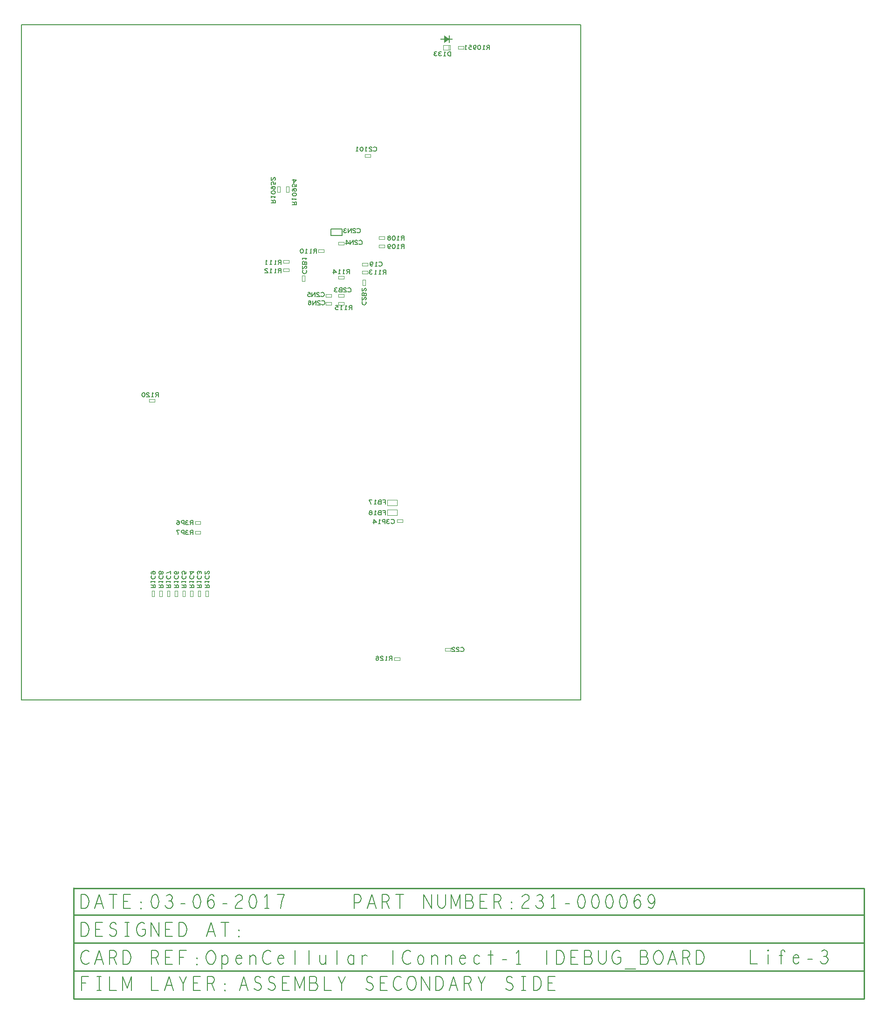
<source format=gbr>
G04 ================== begin FILE IDENTIFICATION RECORD ==================*
G04 Layout Name:  OC_Connect-1_DEBUG_Life-3.brd*
G04 Film Name:    asse.gbr*
G04 File Format:  Gerber RS274X*
G04 File Origin:  Cadence Allegro 16.6-2015-S065*
G04 Origin Date:  Mon Mar 06 16:55:42 2017*
G04 *
G04 Layer:  REF DES/ASSEMBLY_BOTTOM*
G04 Layer:  PACKAGE GEOMETRY/ASSEMBLY_BOTTOM*
G04 Layer:  DRAWING FORMAT/ASSE*
G04 Layer:  DRAWING FORMAT/FILM_LABEL_OUTLINE*
G04 Layer:  COMPONENT VALUE/ASSEMBLY_BOTTOM*
G04 Layer:  BOARD GEOMETRY/OUTLINE*
G04 *
G04 Offset:    (0.000 0.000)*
G04 Mirror:    No*
G04 Mode:      Positive*
G04 Rotation:  0*
G04 FullContactRelief:  No*
G04 UndefLineWidth:     6.000*
G04 ================== end FILE IDENTIFICATION RECORD ====================*
%FSLAX25Y25*MOIN*%
%IR0*IPPOS*OFA0.00000B0.00000*MIA0B0*SFA1.00000B1.00000*%
%ADD10C,.004*%
%ADD11C,.006*%
%ADD12C,.001969*%
%ADD13C,.01*%
G75*
%LPD*%
G75*
G36*
G01X308236Y472591D02*
Y472091D01*
X306236D01*
Y469591D01*
X305736D01*
Y472091D01*
X302193Y469591D01*
Y472091D01*
X299692D01*
Y472591D01*
X302193D01*
Y475091D01*
X305736Y472591D01*
Y475091D01*
X306236D01*
Y472591D01*
X308236D01*
G37*
G54D10*
G01X98634Y74032D02*
Y77968D01*
X100602D01*
Y74032D01*
X98634D01*
G01X93134D02*
Y77968D01*
X95102D01*
Y74032D01*
X93134D01*
G01X126134D02*
Y77968D01*
X128102D01*
Y74032D01*
X126134D01*
G01X109634D02*
Y77968D01*
X111602D01*
Y74032D01*
X109634D01*
G01X104134D02*
Y77968D01*
X106102D01*
Y74032D01*
X104134D01*
G01X120634D02*
Y77968D01*
X122602D01*
Y74032D01*
X120634D01*
G01X115134D02*
Y77968D01*
X117102D01*
Y74032D01*
X115134D01*
G01X128086Y118816D02*
X124150D01*
Y120784D01*
X128086D01*
Y118816D01*
G01Y125816D02*
X124150D01*
Y127784D01*
X128086D01*
Y125816D01*
G01X95186Y213016D02*
X91250D01*
Y214984D01*
X95186D01*
Y213016D01*
G01X131634Y74032D02*
Y77968D01*
X133602D01*
Y74032D01*
X131634D01*
G01X202502Y303400D02*
Y299463D01*
X200534D01*
Y303400D01*
X202502D01*
G01X191286Y312237D02*
X187350D01*
Y314205D01*
X191286D01*
Y312237D01*
G01Y306316D02*
X187350D01*
Y308284D01*
X191286D01*
Y306316D01*
G01X191284Y366968D02*
Y363032D01*
X189316D01*
Y366968D01*
X191284D01*
G01X184784D02*
Y363032D01*
X182816D01*
Y366968D01*
X184784D01*
G01X270686Y28516D02*
X266750D01*
Y30484D01*
X270686D01*
Y28516D01*
G01X268532Y128984D02*
X272468D01*
Y127016D01*
X268532D01*
Y128984D01*
G01X243750Y312384D02*
X247686D01*
Y310416D01*
X243750D01*
Y312384D01*
G01X226750Y289984D02*
X230686D01*
Y288016D01*
X226750D01*
Y289984D01*
G01X245802Y300268D02*
Y296332D01*
X243834D01*
Y300268D01*
X245802D01*
G01X221686Y282516D02*
X217750D01*
Y284484D01*
X221686D01*
Y282516D01*
G01Y288016D02*
X217750D01*
Y289984D01*
X221686D01*
Y288016D01*
G01X226750Y284484D02*
X230686D01*
Y282516D01*
X226750D01*
Y284484D01*
G01X247686Y304716D02*
X243750D01*
Y306684D01*
X247686D01*
Y304716D01*
G01X226750Y302884D02*
X230686D01*
Y300916D01*
X226750D01*
Y302884D01*
G01X249468Y388016D02*
X245532D01*
Y389984D01*
X249468D01*
Y388016D01*
G01X230686Y325516D02*
X226750D01*
Y327484D01*
X230686D01*
Y325516D01*
G01X212250Y322079D02*
X216186D01*
Y320111D01*
X212250D01*
Y322079D01*
G01X255750Y325484D02*
X259686D01*
Y323516D01*
X255750D01*
Y325484D01*
G01Y331484D02*
X259686D01*
Y329516D01*
X255750D01*
Y331484D01*
G01X302950Y36884D02*
X306886D01*
Y34916D01*
X302950D01*
Y36884D01*
G01X316368Y465316D02*
X312432D01*
Y467284D01*
X316368D01*
Y465316D01*
G54D11*
G01X98251Y80350D02*
X101251D01*
Y81600D01*
X101101Y82000D01*
X100901Y82250D01*
X100501Y82350D01*
X100101Y82250D01*
X99851Y81950D01*
X99701Y81600D01*
Y80350D01*
G01Y81600D02*
X98251Y82350D01*
G01Y84550D02*
X101251D01*
X100651Y83950D01*
G01X98251D02*
Y85150D01*
G01X101001Y88850D02*
X101151Y88550D01*
X101251Y88200D01*
Y87800D01*
X101101Y87350D01*
X100851Y87000D01*
X100551Y86750D01*
X100051Y86550D01*
X99601Y86500D01*
X99151Y86600D01*
X98851Y86750D01*
X98551Y87050D01*
X98351Y87400D01*
X98251Y87750D01*
Y88100D01*
X98351Y88450D01*
X98501Y88750D01*
X98701Y89000D01*
G01X98251Y90950D02*
X98301Y91300D01*
X98451Y91700D01*
X98701Y91950D01*
X99051Y92050D01*
X99401Y91950D01*
X99701Y91650D01*
X99851Y91200D01*
Y90700D01*
X99951Y90400D01*
X100201Y90150D01*
X100551Y90050D01*
X100901Y90200D01*
X101151Y90550D01*
X101251Y90950D01*
X101151Y91350D01*
X100901Y91700D01*
X100551Y91850D01*
X100201Y91750D01*
X99951Y91500D01*
X99851Y91200D01*
Y90700D01*
X99701Y90250D01*
X99401Y89950D01*
X99051Y89850D01*
X98701Y89950D01*
X98451Y90200D01*
X98301Y90600D01*
X98251Y90950D01*
G01X92751Y80350D02*
X95751D01*
Y81600D01*
X95601Y82000D01*
X95401Y82250D01*
X95001Y82350D01*
X94601Y82250D01*
X94351Y81950D01*
X94201Y81600D01*
Y80350D01*
G01Y81600D02*
X92751Y82350D01*
G01Y84550D02*
X95751D01*
X95151Y83950D01*
G01X92751D02*
Y85150D01*
G01X95501Y88850D02*
X95651Y88550D01*
X95751Y88200D01*
Y87800D01*
X95601Y87350D01*
X95351Y87000D01*
X95051Y86750D01*
X94551Y86550D01*
X94101Y86500D01*
X93651Y86600D01*
X93351Y86750D01*
X93051Y87050D01*
X92851Y87400D01*
X92751Y87750D01*
Y88100D01*
X92851Y88450D01*
X93001Y88750D01*
X93201Y89000D01*
G01X93101Y90100D02*
X92851Y90450D01*
X92751Y90850D01*
X92851Y91250D01*
X93151Y91600D01*
X93601Y91850D01*
X94051Y91950D01*
X94601D01*
X95051Y91850D01*
X95451Y91600D01*
X95651Y91300D01*
X95751Y90950D01*
X95651Y90550D01*
X95451Y90250D01*
X95151Y90050D01*
X94751Y89950D01*
X94401Y90050D01*
X94051Y90300D01*
X93851Y90600D01*
X93801Y90950D01*
X93901Y91350D01*
X94151Y91650D01*
X94601Y91950D01*
G01X131251Y80350D02*
X134251D01*
Y81600D01*
X134101Y82000D01*
X133901Y82250D01*
X133501Y82350D01*
X133101Y82250D01*
X132851Y81950D01*
X132701Y81600D01*
Y80350D01*
G01Y81600D02*
X131251Y82350D01*
G01Y84550D02*
X134251D01*
X133651Y83950D01*
G01X131251D02*
Y85150D01*
G01X134001Y88850D02*
X134151Y88550D01*
X134251Y88200D01*
Y87800D01*
X134101Y87350D01*
X133851Y87000D01*
X133551Y86750D01*
X133051Y86550D01*
X132601Y86500D01*
X132151Y86600D01*
X131851Y86750D01*
X131551Y87050D01*
X131351Y87400D01*
X131251Y87750D01*
Y88100D01*
X131351Y88450D01*
X131501Y88750D01*
X131701Y89000D01*
G01X133751Y90000D02*
X134051Y90300D01*
X134201Y90650D01*
X134251Y91050D01*
X134151Y91550D01*
X133901Y91900D01*
X133601Y92000D01*
X133301Y91950D01*
X133051Y91750D01*
X132551Y90750D01*
X132201Y90300D01*
X131701Y90000D01*
X131251Y89900D01*
Y92000D01*
G01X125751Y80350D02*
X128751D01*
Y81600D01*
X128601Y82000D01*
X128401Y82250D01*
X128001Y82350D01*
X127601Y82250D01*
X127351Y81950D01*
X127201Y81600D01*
Y80350D01*
G01Y81600D02*
X125751Y82350D01*
G01Y84550D02*
X128751D01*
X128151Y83950D01*
G01X125751D02*
Y85150D01*
G01X128501Y88850D02*
X128651Y88550D01*
X128751Y88200D01*
Y87800D01*
X128601Y87350D01*
X128351Y87000D01*
X128051Y86750D01*
X127551Y86550D01*
X127101Y86500D01*
X126651Y86600D01*
X126351Y86750D01*
X126051Y87050D01*
X125851Y87400D01*
X125751Y87750D01*
Y88100D01*
X125851Y88450D01*
X126001Y88750D01*
X126201Y89000D01*
G01X126351Y89850D02*
X126001Y90150D01*
X125801Y90550D01*
X125751Y91000D01*
X125801Y91400D01*
X126051Y91800D01*
X126351Y92050D01*
X126651Y92100D01*
X127001Y92000D01*
X127251Y91650D01*
X127351Y91300D01*
Y90850D01*
G01Y91300D02*
X127501Y91600D01*
X127751Y91850D01*
X128051Y91950D01*
X128351Y91850D01*
X128601Y91600D01*
X128751Y91150D01*
X128701Y90700D01*
X128501Y90250D01*
G01X109251Y80350D02*
X112251D01*
Y81600D01*
X112101Y82000D01*
X111901Y82250D01*
X111501Y82350D01*
X111101Y82250D01*
X110851Y81950D01*
X110701Y81600D01*
Y80350D01*
G01Y81600D02*
X109251Y82350D01*
G01Y84550D02*
X112251D01*
X111651Y83950D01*
G01X109251D02*
Y85150D01*
G01X112001Y88850D02*
X112151Y88550D01*
X112251Y88200D01*
Y87800D01*
X112101Y87350D01*
X111851Y87000D01*
X111551Y86750D01*
X111051Y86550D01*
X110601Y86500D01*
X110151Y86600D01*
X109851Y86750D01*
X109551Y87050D01*
X109351Y87400D01*
X109251Y87750D01*
Y88100D01*
X109351Y88450D01*
X109501Y88750D01*
X109701Y89000D01*
G01X110501Y90000D02*
X110851Y90350D01*
X111051Y90650D01*
X111151Y91050D01*
X111051Y91400D01*
X110851Y91650D01*
X110551Y91850D01*
X110201Y91900D01*
X109901Y91850D01*
X109601Y91650D01*
X109351Y91350D01*
X109251Y91000D01*
X109351Y90600D01*
X109651Y90250D01*
X110101Y90050D01*
X110601Y90000D01*
X111251Y90100D01*
X111601Y90250D01*
X111951Y90500D01*
X112201Y90850D01*
X112251Y91200D01*
X112151Y91550D01*
X111901Y91800D01*
G01X103751Y80350D02*
X106751D01*
Y81600D01*
X106601Y82000D01*
X106401Y82250D01*
X106001Y82350D01*
X105601Y82250D01*
X105351Y81950D01*
X105201Y81600D01*
Y80350D01*
G01Y81600D02*
X103751Y82350D01*
G01Y84550D02*
X106751D01*
X106151Y83950D01*
G01X103751D02*
Y85150D01*
G01X106501Y88850D02*
X106651Y88550D01*
X106751Y88200D01*
Y87800D01*
X106601Y87350D01*
X106351Y87000D01*
X106051Y86750D01*
X105551Y86550D01*
X105101Y86500D01*
X104651Y86600D01*
X104351Y86750D01*
X104051Y87050D01*
X103851Y87400D01*
X103751Y87750D01*
Y88100D01*
X103851Y88450D01*
X104001Y88750D01*
X104201Y89000D01*
G01X103751Y90850D02*
X104401Y90950D01*
X104951Y91100D01*
X105451Y91300D01*
X106001Y91550D01*
X106751Y91950D01*
Y89950D01*
G01X120251Y80350D02*
X123251D01*
Y81600D01*
X123101Y82000D01*
X122901Y82250D01*
X122501Y82350D01*
X122101Y82250D01*
X121851Y81950D01*
X121701Y81600D01*
Y80350D01*
G01Y81600D02*
X120251Y82350D01*
G01Y84550D02*
X123251D01*
X122651Y83950D01*
G01X120251D02*
Y85150D01*
G01X123001Y88850D02*
X123151Y88550D01*
X123251Y88200D01*
Y87800D01*
X123101Y87350D01*
X122851Y87000D01*
X122551Y86750D01*
X122051Y86550D01*
X121601Y86500D01*
X121151Y86600D01*
X120851Y86750D01*
X120551Y87050D01*
X120351Y87400D01*
X120251Y87750D01*
Y88100D01*
X120351Y88450D01*
X120501Y88750D01*
X120701Y89000D01*
G01X120251Y91550D02*
X123251D01*
X121101Y89700D01*
Y92200D01*
G01X114751Y80350D02*
X117751D01*
Y81600D01*
X117601Y82000D01*
X117401Y82250D01*
X117001Y82350D01*
X116601Y82250D01*
X116351Y81950D01*
X116201Y81600D01*
Y80350D01*
G01Y81600D02*
X114751Y82350D01*
G01Y84550D02*
X117751D01*
X117151Y83950D01*
G01X114751D02*
Y85150D01*
G01X117501Y88850D02*
X117651Y88550D01*
X117751Y88200D01*
Y87800D01*
X117601Y87350D01*
X117351Y87000D01*
X117051Y86750D01*
X116551Y86550D01*
X116101Y86500D01*
X115651Y86600D01*
X115351Y86750D01*
X115051Y87050D01*
X114851Y87400D01*
X114751Y87750D01*
Y88100D01*
X114851Y88450D01*
X115001Y88750D01*
X115201Y89000D01*
G01Y89850D02*
X114951Y90150D01*
X114801Y90500D01*
X114751Y90950D01*
X114851Y91400D01*
X115051Y91750D01*
X115401Y92000D01*
X115801Y92050D01*
X116201Y91950D01*
X116451Y91700D01*
X116651Y91350D01*
X116701Y91000D01*
X116651Y90650D01*
X116451Y90200D01*
X117751Y90350D01*
Y91700D01*
G01X122568Y118233D02*
Y121233D01*
X121318D01*
X120918Y121083D01*
X120668Y120883D01*
X120568Y120483D01*
X120668Y120083D01*
X120968Y119833D01*
X121318Y119683D01*
X122568D01*
G01X121318D02*
X120568Y118233D01*
G01X119468Y118833D02*
X119168Y118483D01*
X118768Y118283D01*
X118318Y118233D01*
X117918Y118283D01*
X117518Y118533D01*
X117268Y118833D01*
X117218Y119133D01*
X117318Y119483D01*
X117668Y119733D01*
X118018Y119833D01*
X118468D01*
G01X118018D02*
X117718Y119983D01*
X117468Y120233D01*
X117368Y120533D01*
X117468Y120833D01*
X117718Y121083D01*
X118168Y121233D01*
X118618Y121183D01*
X119068Y120983D01*
G01X116168Y118233D02*
Y121233D01*
X114968D01*
X114568Y121083D01*
X114268Y120733D01*
X114168Y120333D01*
X114268Y119933D01*
X114518Y119633D01*
X114968Y119483D01*
X116168D01*
G01X112068Y118233D02*
X111968Y118883D01*
X111818Y119433D01*
X111618Y119933D01*
X111368Y120483D01*
X110968Y121233D01*
X112968D01*
G01X122568Y125233D02*
Y128233D01*
X121318D01*
X120918Y128083D01*
X120668Y127883D01*
X120568Y127483D01*
X120668Y127083D01*
X120968Y126833D01*
X121318Y126683D01*
X122568D01*
G01X121318D02*
X120568Y125233D01*
G01X119468Y125833D02*
X119168Y125483D01*
X118768Y125283D01*
X118318Y125233D01*
X117918Y125283D01*
X117518Y125533D01*
X117268Y125833D01*
X117218Y126133D01*
X117318Y126483D01*
X117668Y126733D01*
X118018Y126833D01*
X118468D01*
G01X118018D02*
X117718Y126983D01*
X117468Y127233D01*
X117368Y127533D01*
X117468Y127833D01*
X117718Y128083D01*
X118168Y128233D01*
X118618Y128183D01*
X119068Y127983D01*
G01X116168Y125233D02*
Y128233D01*
X114968D01*
X114568Y128083D01*
X114268Y127733D01*
X114168Y127333D01*
X114268Y126933D01*
X114518Y126633D01*
X114968Y126483D01*
X116168D01*
G01X112918D02*
X112568Y126833D01*
X112268Y127033D01*
X111868Y127133D01*
X111518Y127033D01*
X111268Y126833D01*
X111068Y126533D01*
X111018Y126183D01*
X111068Y125883D01*
X111268Y125583D01*
X111568Y125333D01*
X111918Y125233D01*
X112318Y125333D01*
X112668Y125633D01*
X112868Y126083D01*
X112918Y126583D01*
X112818Y127233D01*
X112668Y127583D01*
X112418Y127933D01*
X112068Y128183D01*
X111718Y128233D01*
X111368Y128133D01*
X111118Y127883D01*
G01X97800Y216700D02*
Y219700D01*
X96550D01*
X96150Y219550D01*
X95900Y219350D01*
X95800Y218950D01*
X95900Y218550D01*
X96200Y218300D01*
X96550Y218150D01*
X97800D01*
G01X96550D02*
X95800Y216700D01*
G01X93600D02*
Y219700D01*
X94200Y219100D01*
G01Y216700D02*
X93000D01*
G01X91350Y219200D02*
X91050Y219500D01*
X90700Y219650D01*
X90300Y219700D01*
X89800Y219600D01*
X89450Y219350D01*
X89350Y219050D01*
X89400Y218750D01*
X89600Y218500D01*
X90600Y218000D01*
X91050Y217650D01*
X91350Y217150D01*
X91450Y216700D01*
X89350D01*
G01X87200Y219700D02*
X87600Y219600D01*
X87900Y219350D01*
X88100Y219050D01*
X88250Y218650D01*
X88300Y218200D01*
X88250Y217750D01*
X88100Y217350D01*
X87900Y217050D01*
X87600Y216800D01*
X87200Y216700D01*
X86800Y216800D01*
X86500Y217050D01*
X86300Y217350D01*
X86150Y217750D01*
X86100Y218200D01*
X86150Y218650D01*
X86300Y219050D01*
X86500Y219350D01*
X86800Y219600D01*
X87200Y219700D01*
G01X203668Y307100D02*
X203818Y306800D01*
X203918Y306450D01*
Y306050D01*
X203768Y305600D01*
X203518Y305250D01*
X203218Y305000D01*
X202718Y304800D01*
X202268Y304750D01*
X201818Y304850D01*
X201518Y305000D01*
X201218Y305300D01*
X201018Y305650D01*
X200918Y306000D01*
Y306350D01*
X201018Y306700D01*
X201168Y307000D01*
X201368Y307250D01*
G01X203418Y308250D02*
X203718Y308550D01*
X203868Y308900D01*
X203918Y309300D01*
X203818Y309800D01*
X203568Y310150D01*
X203268Y310250D01*
X202968Y310200D01*
X202718Y310000D01*
X202218Y309000D01*
X201868Y308550D01*
X201368Y308250D01*
X200918Y308150D01*
Y310250D01*
G01X202518Y312800D02*
X202668Y313000D01*
X202918Y313150D01*
X203268Y313250D01*
X203568Y313150D01*
X203768Y312950D01*
X203918Y312600D01*
Y311250D01*
X200918D01*
Y312900D01*
X201118Y313250D01*
X201418Y313450D01*
X201768Y313550D01*
X202118Y313450D01*
X202418Y313150D01*
X202518Y312800D01*
Y311250D01*
G01X200918Y315600D02*
X203918D01*
X203318Y315000D01*
G01X200918D02*
Y316200D01*
G01X211018Y319500D02*
Y322500D01*
X209768D01*
X209368Y322350D01*
X209118Y322150D01*
X209018Y321750D01*
X209118Y321350D01*
X209418Y321100D01*
X209768Y320950D01*
X211018D01*
G01X209768D02*
X209018Y319500D01*
G01X206818D02*
Y322500D01*
X207418Y321900D01*
G01Y319500D02*
X206218D01*
G01X203618D02*
Y322500D01*
X204218Y321900D01*
G01Y319500D02*
X203018D01*
G01X200418Y322500D02*
X200818Y322400D01*
X201118Y322150D01*
X201318Y321850D01*
X201468Y321450D01*
X201518Y321000D01*
X201468Y320550D01*
X201318Y320150D01*
X201118Y319850D01*
X200818Y319600D01*
X200418Y319500D01*
X200018Y319600D01*
X199718Y319850D01*
X199518Y320150D01*
X199368Y320550D01*
X199318Y321000D01*
X199368Y321450D01*
X199518Y321850D01*
X199718Y322150D01*
X200018Y322400D01*
X200418Y322500D01*
G01X185668Y311354D02*
Y314354D01*
X184418D01*
X184018Y314204D01*
X183768Y314004D01*
X183668Y313604D01*
X183768Y313204D01*
X184068Y312954D01*
X184418Y312804D01*
X185668D01*
G01X184418D02*
X183668Y311354D01*
G01X181468D02*
Y314354D01*
X182068Y313754D01*
G01Y311354D02*
X180868D01*
G01X178268D02*
Y314354D01*
X178868Y313754D01*
G01Y311354D02*
X177668D01*
G01X175068D02*
Y314354D01*
X175668Y313754D01*
G01Y311354D02*
X174468D01*
G01X185668Y305433D02*
Y308433D01*
X184418D01*
X184018Y308283D01*
X183768Y308083D01*
X183668Y307683D01*
X183768Y307283D01*
X184068Y307033D01*
X184418Y306883D01*
X185668D01*
G01X184418D02*
X183668Y305433D01*
G01X181468D02*
Y308433D01*
X182068Y307833D01*
G01Y305433D02*
X180868D01*
G01X178268D02*
Y308433D01*
X178868Y307833D01*
G01Y305433D02*
X177668D01*
G01X176018Y307933D02*
X175718Y308233D01*
X175368Y308383D01*
X174968Y308433D01*
X174468Y308333D01*
X174118Y308083D01*
X174018Y307783D01*
X174068Y307483D01*
X174268Y307233D01*
X175268Y306733D01*
X175718Y306383D01*
X176018Y305883D01*
X176118Y305433D01*
X174018D01*
G01X193700Y354000D02*
X196700D01*
Y355250D01*
X196550Y355650D01*
X196350Y355900D01*
X195950Y356000D01*
X195550Y355900D01*
X195300Y355600D01*
X195150Y355250D01*
Y354000D01*
G01Y355250D02*
X193700Y356000D01*
G01Y358200D02*
X196700D01*
X196100Y357600D01*
G01X193700D02*
Y358800D01*
G01X196700Y361400D02*
X196600Y361000D01*
X196350Y360700D01*
X196050Y360500D01*
X195650Y360350D01*
X195200Y360300D01*
X194750Y360350D01*
X194350Y360500D01*
X194050Y360700D01*
X193800Y361000D01*
X193700Y361400D01*
X193800Y361800D01*
X194050Y362100D01*
X194350Y362300D01*
X194750Y362450D01*
X195200Y362500D01*
X195650Y362450D01*
X196050Y362300D01*
X196350Y362100D01*
X196600Y361800D01*
X196700Y361400D01*
G01X194050Y363750D02*
X193800Y364100D01*
X193700Y364500D01*
X193800Y364900D01*
X194100Y365250D01*
X194550Y365500D01*
X195000Y365600D01*
X195550D01*
X196000Y365500D01*
X196400Y365250D01*
X196600Y364950D01*
X196700Y364600D01*
X196600Y364200D01*
X196400Y363900D01*
X196100Y363700D01*
X195700Y363600D01*
X195350Y363700D01*
X195000Y363950D01*
X194800Y364250D01*
X194750Y364600D01*
X194850Y365000D01*
X195100Y365300D01*
X195550Y365600D01*
G01X194150Y366700D02*
X193900Y367000D01*
X193750Y367350D01*
X193700Y367800D01*
X193800Y368250D01*
X194000Y368600D01*
X194350Y368850D01*
X194750Y368900D01*
X195150Y368800D01*
X195400Y368550D01*
X195600Y368200D01*
X195650Y367850D01*
X195600Y367500D01*
X195400Y367050D01*
X196700Y367200D01*
Y368550D01*
G01X193700Y371600D02*
X196700D01*
X194550Y369750D01*
Y372250D01*
G01X178500Y355500D02*
X181500D01*
Y356750D01*
X181350Y357150D01*
X181150Y357400D01*
X180750Y357500D01*
X180350Y357400D01*
X180100Y357100D01*
X179950Y356750D01*
Y355500D01*
G01Y356750D02*
X178500Y357500D01*
G01Y359700D02*
X181500D01*
X180900Y359100D01*
G01X178500D02*
Y360300D01*
G01X181500Y362900D02*
X181400Y362500D01*
X181150Y362200D01*
X180850Y362000D01*
X180450Y361850D01*
X180000Y361800D01*
X179550Y361850D01*
X179150Y362000D01*
X178850Y362200D01*
X178600Y362500D01*
X178500Y362900D01*
X178600Y363300D01*
X178850Y363600D01*
X179150Y363800D01*
X179550Y363950D01*
X180000Y364000D01*
X180450Y363950D01*
X180850Y363800D01*
X181150Y363600D01*
X181400Y363300D01*
X181500Y362900D01*
G01X178850Y365250D02*
X178600Y365600D01*
X178500Y366000D01*
X178600Y366400D01*
X178900Y366750D01*
X179350Y367000D01*
X179800Y367100D01*
X180350D01*
X180800Y367000D01*
X181200Y366750D01*
X181400Y366450D01*
X181500Y366100D01*
X181400Y365700D01*
X181200Y365400D01*
X180900Y365200D01*
X180500Y365100D01*
X180150Y365200D01*
X179800Y365450D01*
X179600Y365750D01*
X179550Y366100D01*
X179650Y366500D01*
X179900Y366800D01*
X180350Y367100D01*
G01X178950Y368200D02*
X178700Y368500D01*
X178550Y368850D01*
X178500Y369300D01*
X178600Y369750D01*
X178800Y370100D01*
X179150Y370350D01*
X179550Y370400D01*
X179950Y370300D01*
X180200Y370050D01*
X180400Y369700D01*
X180450Y369350D01*
X180400Y369000D01*
X180200Y368550D01*
X181500Y368700D01*
Y370050D01*
G01X181000Y371550D02*
X181300Y371850D01*
X181450Y372200D01*
X181500Y372600D01*
X181400Y373100D01*
X181150Y373450D01*
X180850Y373550D01*
X180550Y373500D01*
X180300Y373300D01*
X179800Y372300D01*
X179450Y371850D01*
X178950Y371550D01*
X178500Y371450D01*
Y373550D01*
G01X265018Y28300D02*
Y31300D01*
X263768D01*
X263368Y31150D01*
X263118Y30950D01*
X263018Y30550D01*
X263118Y30150D01*
X263418Y29900D01*
X263768Y29750D01*
X265018D01*
G01X263768D02*
X263018Y28300D01*
G01X260818D02*
Y31300D01*
X261418Y30700D01*
G01Y28300D02*
X260218D01*
G01X258568Y30800D02*
X258268Y31100D01*
X257918Y31250D01*
X257518Y31300D01*
X257018Y31200D01*
X256668Y30950D01*
X256568Y30650D01*
X256618Y30350D01*
X256818Y30100D01*
X257818Y29600D01*
X258268Y29250D01*
X258568Y28750D01*
X258668Y28300D01*
X256568D01*
G01X255368Y29550D02*
X255018Y29900D01*
X254718Y30100D01*
X254318Y30200D01*
X253968Y30100D01*
X253718Y29900D01*
X253518Y29600D01*
X253468Y29250D01*
X253518Y28950D01*
X253718Y28650D01*
X254018Y28400D01*
X254368Y28300D01*
X254768Y28400D01*
X255118Y28700D01*
X255318Y29150D01*
X255368Y29650D01*
X255268Y30300D01*
X255118Y30650D01*
X254868Y31000D01*
X254518Y31250D01*
X254168Y31300D01*
X253818Y31200D01*
X253568Y30950D01*
G01X260250Y139950D02*
Y142950D01*
X258350D01*
G01X259050Y141500D02*
X260250D01*
G01X255700Y141550D02*
X255500Y141700D01*
X255350Y141950D01*
X255250Y142300D01*
X255350Y142600D01*
X255550Y142800D01*
X255900Y142950D01*
X257250D01*
Y139950D01*
X255600D01*
X255250Y140150D01*
X255050Y140450D01*
X254950Y140800D01*
X255050Y141150D01*
X255350Y141450D01*
X255700Y141550D01*
X257250D01*
G01X252900Y139950D02*
Y142950D01*
X253500Y142350D01*
G01Y139950D02*
X252300D01*
G01X249800D02*
X249700Y140600D01*
X249550Y141150D01*
X249350Y141650D01*
X249100Y142200D01*
X248700Y142950D01*
X250700D01*
G01X260250Y132450D02*
Y135450D01*
X258350D01*
G01X259050Y134000D02*
X260250D01*
G01X255700Y134050D02*
X255500Y134200D01*
X255350Y134450D01*
X255250Y134800D01*
X255350Y135100D01*
X255550Y135300D01*
X255900Y135450D01*
X257250D01*
Y132450D01*
X255600D01*
X255250Y132650D01*
X255050Y132950D01*
X254950Y133300D01*
X255050Y133650D01*
X255350Y133950D01*
X255700Y134050D01*
X257250D01*
G01X252900Y132450D02*
Y135450D01*
X253500Y134850D01*
G01Y132450D02*
X252300D01*
G01X249700D02*
X249350Y132500D01*
X248950Y132650D01*
X248700Y132900D01*
X248600Y133250D01*
X248700Y133600D01*
X249000Y133900D01*
X249450Y134050D01*
X249950D01*
X250250Y134150D01*
X250500Y134400D01*
X250600Y134750D01*
X250450Y135100D01*
X250100Y135350D01*
X249700Y135450D01*
X249300Y135350D01*
X248950Y135100D01*
X248800Y134750D01*
X248900Y134400D01*
X249150Y134150D01*
X249450Y134050D01*
X249950D01*
X250400Y133900D01*
X250700Y133600D01*
X250800Y133250D01*
X250700Y132900D01*
X250450Y132650D01*
X250050Y132500D01*
X249700Y132450D01*
G01X264350Y128883D02*
X264650Y129033D01*
X265000Y129133D01*
X265400D01*
X265850Y128983D01*
X266200Y128733D01*
X266450Y128433D01*
X266650Y127933D01*
X266700Y127483D01*
X266600Y127033D01*
X266450Y126733D01*
X266150Y126433D01*
X265800Y126233D01*
X265450Y126133D01*
X265100D01*
X264750Y126233D01*
X264450Y126383D01*
X264200Y126583D01*
G01X263350Y126733D02*
X263050Y126383D01*
X262650Y126183D01*
X262200Y126133D01*
X261800Y126183D01*
X261400Y126433D01*
X261150Y126733D01*
X261100Y127033D01*
X261200Y127383D01*
X261550Y127633D01*
X261900Y127733D01*
X262350D01*
G01X261900D02*
X261600Y127883D01*
X261350Y128133D01*
X261250Y128433D01*
X261350Y128733D01*
X261600Y128983D01*
X262050Y129133D01*
X262500Y129083D01*
X262950Y128883D01*
G01X260050Y126133D02*
Y129133D01*
X258850D01*
X258450Y128983D01*
X258150Y128633D01*
X258050Y128233D01*
X258150Y127833D01*
X258400Y127533D01*
X258850Y127383D01*
X260050D01*
G01X255850Y126133D02*
Y129133D01*
X256450Y128533D01*
G01Y126133D02*
X255250D01*
G01X252050D02*
Y129133D01*
X253900Y126983D01*
X251400D01*
G01X255618Y312950D02*
X255918Y313100D01*
X256268Y313200D01*
X256668D01*
X257118Y313050D01*
X257468Y312800D01*
X257718Y312500D01*
X257918Y312000D01*
X257968Y311550D01*
X257868Y311100D01*
X257718Y310800D01*
X257418Y310500D01*
X257068Y310300D01*
X256718Y310200D01*
X256368D01*
X256018Y310300D01*
X255718Y310450D01*
X255468Y310650D01*
G01X253518Y310200D02*
Y313200D01*
X254118Y312600D01*
G01Y310200D02*
X252918D01*
G01X251168Y310550D02*
X250818Y310300D01*
X250418Y310200D01*
X250018Y310300D01*
X249668Y310600D01*
X249418Y311050D01*
X249318Y311500D01*
Y312050D01*
X249418Y312500D01*
X249668Y312900D01*
X249968Y313100D01*
X250318Y313200D01*
X250718Y313100D01*
X251018Y312900D01*
X251218Y312600D01*
X251318Y312200D01*
X251218Y311850D01*
X250968Y311500D01*
X250668Y311300D01*
X250318Y311250D01*
X249918Y311350D01*
X249618Y311600D01*
X249318Y312050D01*
G01X233418Y294350D02*
X233718Y294500D01*
X234068Y294600D01*
X234468D01*
X234918Y294450D01*
X235268Y294200D01*
X235518Y293900D01*
X235718Y293400D01*
X235768Y292950D01*
X235668Y292500D01*
X235518Y292200D01*
X235218Y291900D01*
X234868Y291700D01*
X234518Y291600D01*
X234168D01*
X233818Y291700D01*
X233518Y291850D01*
X233268Y292050D01*
G01X232268Y294100D02*
X231968Y294400D01*
X231618Y294550D01*
X231218Y294600D01*
X230718Y294500D01*
X230368Y294250D01*
X230268Y293950D01*
X230318Y293650D01*
X230518Y293400D01*
X231518Y292900D01*
X231968Y292550D01*
X232268Y292050D01*
X232368Y291600D01*
X230268D01*
G01X227718Y293200D02*
X227518Y293350D01*
X227368Y293600D01*
X227268Y293950D01*
X227368Y294250D01*
X227568Y294450D01*
X227918Y294600D01*
X229268D01*
Y291600D01*
X227618D01*
X227268Y291800D01*
X227068Y292100D01*
X226968Y292450D01*
X227068Y292800D01*
X227368Y293100D01*
X227718Y293200D01*
X229268D01*
G01X226018Y292200D02*
X225718Y291850D01*
X225318Y291650D01*
X224868Y291600D01*
X224468Y291650D01*
X224068Y291900D01*
X223818Y292200D01*
X223768Y292500D01*
X223868Y292850D01*
X224218Y293100D01*
X224568Y293200D01*
X225018D01*
G01X224568D02*
X224268Y293350D01*
X224018Y293600D01*
X223918Y293900D01*
X224018Y294200D01*
X224268Y294450D01*
X224718Y294600D01*
X225168Y294550D01*
X225618Y294350D01*
G01X246250Y284800D02*
X246400Y284500D01*
X246500Y284150D01*
Y283750D01*
X246350Y283300D01*
X246100Y282950D01*
X245800Y282700D01*
X245300Y282500D01*
X244850Y282450D01*
X244400Y282550D01*
X244100Y282700D01*
X243800Y283000D01*
X243600Y283350D01*
X243500Y283700D01*
Y284050D01*
X243600Y284400D01*
X243750Y284700D01*
X243950Y284950D01*
G01X246000Y285950D02*
X246300Y286250D01*
X246450Y286600D01*
X246500Y287000D01*
X246400Y287500D01*
X246150Y287850D01*
X245850Y287950D01*
X245550Y287900D01*
X245300Y287700D01*
X244800Y286700D01*
X244450Y286250D01*
X243950Y285950D01*
X243500Y285850D01*
Y287950D01*
G01X245100Y290500D02*
X245250Y290700D01*
X245500Y290850D01*
X245850Y290950D01*
X246150Y290850D01*
X246350Y290650D01*
X246500Y290300D01*
Y288950D01*
X243500D01*
Y290600D01*
X243700Y290950D01*
X244000Y291150D01*
X244350Y291250D01*
X244700Y291150D01*
X245000Y290850D01*
X245100Y290500D01*
Y288950D01*
G01X246000Y292350D02*
X246300Y292650D01*
X246450Y293000D01*
X246500Y293400D01*
X246400Y293900D01*
X246150Y294250D01*
X245850Y294350D01*
X245550Y294300D01*
X245300Y294100D01*
X244800Y293100D01*
X244450Y292650D01*
X243950Y292350D01*
X243500Y292250D01*
Y294350D01*
G01X214618Y285250D02*
X214918Y285400D01*
X215268Y285500D01*
X215668D01*
X216118Y285350D01*
X216468Y285100D01*
X216718Y284800D01*
X216918Y284300D01*
X216968Y283850D01*
X216868Y283400D01*
X216718Y283100D01*
X216418Y282800D01*
X216068Y282600D01*
X215718Y282500D01*
X215368D01*
X215018Y282600D01*
X214718Y282750D01*
X214468Y282950D01*
G01X213468Y285000D02*
X213168Y285300D01*
X212818Y285450D01*
X212418Y285500D01*
X211918Y285400D01*
X211568Y285150D01*
X211468Y284850D01*
X211518Y284550D01*
X211718Y284300D01*
X212718Y283800D01*
X213168Y283450D01*
X213468Y282950D01*
X213568Y282500D01*
X211468D01*
G01X210468D02*
Y285500D01*
X208168Y282500D01*
Y285500D01*
G01X207068Y283750D02*
X206718Y284100D01*
X206418Y284300D01*
X206018Y284400D01*
X205668Y284300D01*
X205418Y284100D01*
X205218Y283800D01*
X205168Y283450D01*
X205218Y283150D01*
X205418Y282850D01*
X205718Y282600D01*
X206068Y282500D01*
X206468Y282600D01*
X206818Y282900D01*
X207018Y283350D01*
X207068Y283850D01*
X206968Y284500D01*
X206818Y284850D01*
X206568Y285200D01*
X206218Y285450D01*
X205868Y285500D01*
X205518Y285400D01*
X205268Y285150D01*
G01X214218Y291150D02*
X214518Y291300D01*
X214868Y291400D01*
X215268D01*
X215718Y291250D01*
X216068Y291000D01*
X216318Y290700D01*
X216518Y290200D01*
X216568Y289750D01*
X216468Y289300D01*
X216318Y289000D01*
X216018Y288700D01*
X215668Y288500D01*
X215318Y288400D01*
X214968D01*
X214618Y288500D01*
X214318Y288650D01*
X214068Y288850D01*
G01X213068Y290900D02*
X212768Y291200D01*
X212418Y291350D01*
X212018Y291400D01*
X211518Y291300D01*
X211168Y291050D01*
X211068Y290750D01*
X211118Y290450D01*
X211318Y290200D01*
X212318Y289700D01*
X212768Y289350D01*
X213068Y288850D01*
X213168Y288400D01*
X211068D01*
G01X210068D02*
Y291400D01*
X207768Y288400D01*
Y291400D01*
G01X206818Y288850D02*
X206518Y288600D01*
X206168Y288450D01*
X205718Y288400D01*
X205268Y288500D01*
X204918Y288700D01*
X204668Y289050D01*
X204618Y289450D01*
X204718Y289850D01*
X204968Y290100D01*
X205318Y290300D01*
X205668Y290350D01*
X206018Y290300D01*
X206468Y290100D01*
X206318Y291400D01*
X204968D01*
G01X236118Y279000D02*
Y282000D01*
X234868D01*
X234468Y281850D01*
X234218Y281650D01*
X234118Y281250D01*
X234218Y280850D01*
X234518Y280600D01*
X234868Y280450D01*
X236118D01*
G01X234868D02*
X234118Y279000D01*
G01X231918D02*
Y282000D01*
X232518Y281400D01*
G01Y279000D02*
X231318D01*
G01X228718D02*
Y282000D01*
X229318Y281400D01*
G01Y279000D02*
X228118D01*
G01X226618Y279450D02*
X226318Y279200D01*
X225968Y279050D01*
X225518Y279000D01*
X225068Y279100D01*
X224718Y279300D01*
X224468Y279650D01*
X224418Y280050D01*
X224518Y280450D01*
X224768Y280700D01*
X225118Y280900D01*
X225468Y280950D01*
X225818Y280900D01*
X226268Y280700D01*
X226118Y282000D01*
X224768D01*
G01X260518Y304400D02*
Y307400D01*
X259268D01*
X258868Y307250D01*
X258618Y307050D01*
X258518Y306650D01*
X258618Y306250D01*
X258918Y306000D01*
X259268Y305850D01*
X260518D01*
G01X259268D02*
X258518Y304400D01*
G01X256318D02*
Y307400D01*
X256918Y306800D01*
G01Y304400D02*
X255718D01*
G01X253118D02*
Y307400D01*
X253718Y306800D01*
G01Y304400D02*
X252518D01*
G01X251018Y305000D02*
X250718Y304650D01*
X250318Y304450D01*
X249868Y304400D01*
X249468Y304450D01*
X249068Y304700D01*
X248818Y305000D01*
X248768Y305300D01*
X248868Y305650D01*
X249218Y305900D01*
X249568Y306000D01*
X250018D01*
G01X249568D02*
X249268Y306150D01*
X249018Y306400D01*
X248918Y306700D01*
X249018Y307000D01*
X249268Y307250D01*
X249718Y307400D01*
X250168Y307350D01*
X250618Y307150D01*
G01X234618Y304700D02*
Y307700D01*
X233368D01*
X232968Y307550D01*
X232718Y307350D01*
X232618Y306950D01*
X232718Y306550D01*
X233018Y306300D01*
X233368Y306150D01*
X234618D01*
G01X233368D02*
X232618Y304700D01*
G01X230418D02*
Y307700D01*
X231018Y307100D01*
G01Y304700D02*
X229818D01*
G01X227218D02*
Y307700D01*
X227818Y307100D01*
G01Y304700D02*
X226618D01*
G01X223418D02*
Y307700D01*
X225268Y305550D01*
X222768D01*
G01X240018Y336750D02*
X240318Y336900D01*
X240668Y337000D01*
X241068D01*
X241518Y336850D01*
X241868Y336600D01*
X242118Y336300D01*
X242318Y335800D01*
X242368Y335350D01*
X242268Y334900D01*
X242118Y334600D01*
X241818Y334300D01*
X241468Y334100D01*
X241118Y334000D01*
X240768D01*
X240418Y334100D01*
X240118Y334250D01*
X239868Y334450D01*
G01X238868Y336500D02*
X238568Y336800D01*
X238218Y336950D01*
X237818Y337000D01*
X237318Y336900D01*
X236968Y336650D01*
X236868Y336350D01*
X236918Y336050D01*
X237118Y335800D01*
X238118Y335300D01*
X238568Y334950D01*
X238868Y334450D01*
X238968Y334000D01*
X236868D01*
G01X235868D02*
Y337000D01*
X233568Y334000D01*
Y337000D01*
G01X232618Y334600D02*
X232318Y334250D01*
X231918Y334050D01*
X231468Y334000D01*
X231068Y334050D01*
X230668Y334300D01*
X230418Y334600D01*
X230368Y334900D01*
X230468Y335250D01*
X230818Y335500D01*
X231168Y335600D01*
X231618D01*
G01X231168D02*
X230868Y335750D01*
X230618Y336000D01*
X230518Y336300D01*
X230618Y336600D01*
X230868Y336850D01*
X231318Y337000D01*
X231768Y336950D01*
X232218Y336750D01*
G01X251700Y395050D02*
X252000Y395200D01*
X252350Y395300D01*
X252750D01*
X253200Y395150D01*
X253550Y394900D01*
X253800Y394600D01*
X254000Y394100D01*
X254050Y393650D01*
X253950Y393200D01*
X253800Y392900D01*
X253500Y392600D01*
X253150Y392400D01*
X252800Y392300D01*
X252450D01*
X252100Y392400D01*
X251800Y392550D01*
X251550Y392750D01*
G01X250550Y394800D02*
X250250Y395100D01*
X249900Y395250D01*
X249500Y395300D01*
X249000Y395200D01*
X248650Y394950D01*
X248550Y394650D01*
X248600Y394350D01*
X248800Y394100D01*
X249800Y393600D01*
X250250Y393250D01*
X250550Y392750D01*
X250650Y392300D01*
X248550D01*
G01X246400D02*
Y395300D01*
X247000Y394700D01*
G01Y392300D02*
X245800D01*
G01X243200Y395300D02*
X243600Y395200D01*
X243900Y394950D01*
X244100Y394650D01*
X244250Y394250D01*
X244300Y393800D01*
X244250Y393350D01*
X244100Y392950D01*
X243900Y392650D01*
X243600Y392400D01*
X243200Y392300D01*
X242800Y392400D01*
X242500Y392650D01*
X242300Y392950D01*
X242150Y393350D01*
X242100Y393800D01*
X242150Y394250D01*
X242300Y394650D01*
X242500Y394950D01*
X242800Y395200D01*
X243200Y395300D01*
G01X240000Y392300D02*
Y395300D01*
X240600Y394700D01*
G01Y392300D02*
X239400D01*
G01X241418Y328350D02*
X241718Y328500D01*
X242068Y328600D01*
X242468D01*
X242918Y328450D01*
X243268Y328200D01*
X243518Y327900D01*
X243718Y327400D01*
X243768Y326950D01*
X243668Y326500D01*
X243518Y326200D01*
X243218Y325900D01*
X242868Y325700D01*
X242518Y325600D01*
X242168D01*
X241818Y325700D01*
X241518Y325850D01*
X241268Y326050D01*
G01X240268Y328100D02*
X239968Y328400D01*
X239618Y328550D01*
X239218Y328600D01*
X238718Y328500D01*
X238368Y328250D01*
X238268Y327950D01*
X238318Y327650D01*
X238518Y327400D01*
X239518Y326900D01*
X239968Y326550D01*
X240268Y326050D01*
X240368Y325600D01*
X238268D01*
G01X237268D02*
Y328600D01*
X234968Y325600D01*
Y328600D01*
G01X232318Y325600D02*
Y328600D01*
X234168Y326450D01*
X231668D01*
G01X273568Y322767D02*
Y325767D01*
X272318D01*
X271918Y325617D01*
X271668Y325417D01*
X271568Y325017D01*
X271668Y324617D01*
X271968Y324367D01*
X272318Y324217D01*
X273568D01*
G01X272318D02*
X271568Y322767D01*
G01X269368D02*
Y325767D01*
X269968Y325167D01*
G01Y322767D02*
X268768D01*
G01X266168Y325767D02*
X266568Y325667D01*
X266868Y325417D01*
X267068Y325117D01*
X267218Y324717D01*
X267268Y324267D01*
X267218Y323817D01*
X267068Y323417D01*
X266868Y323117D01*
X266568Y322867D01*
X266168Y322767D01*
X265768Y322867D01*
X265468Y323117D01*
X265268Y323417D01*
X265118Y323817D01*
X265068Y324267D01*
X265118Y324717D01*
X265268Y325117D01*
X265468Y325417D01*
X265768Y325667D01*
X266168Y325767D01*
G01X263818Y323117D02*
X263468Y322867D01*
X263068Y322767D01*
X262668Y322867D01*
X262318Y323167D01*
X262068Y323617D01*
X261968Y324067D01*
Y324617D01*
X262068Y325067D01*
X262318Y325467D01*
X262618Y325667D01*
X262968Y325767D01*
X263368Y325667D01*
X263668Y325467D01*
X263868Y325167D01*
X263968Y324767D01*
X263868Y324417D01*
X263618Y324067D01*
X263318Y323867D01*
X262968Y323817D01*
X262568Y323917D01*
X262268Y324167D01*
X261968Y324617D01*
G01X273568Y328767D02*
Y331767D01*
X272318D01*
X271918Y331617D01*
X271668Y331417D01*
X271568Y331017D01*
X271668Y330617D01*
X271968Y330367D01*
X272318Y330217D01*
X273568D01*
G01X272318D02*
X271568Y328767D01*
G01X269368D02*
Y331767D01*
X269968Y331167D01*
G01Y328767D02*
X268768D01*
G01X266168Y331767D02*
X266568Y331667D01*
X266868Y331417D01*
X267068Y331117D01*
X267218Y330717D01*
X267268Y330267D01*
X267218Y329817D01*
X267068Y329417D01*
X266868Y329117D01*
X266568Y328867D01*
X266168Y328767D01*
X265768Y328867D01*
X265468Y329117D01*
X265268Y329417D01*
X265118Y329817D01*
X265068Y330267D01*
X265118Y330717D01*
X265268Y331117D01*
X265468Y331417D01*
X265768Y331667D01*
X266168Y331767D01*
G01X262968Y328767D02*
X262618Y328817D01*
X262218Y328967D01*
X261968Y329217D01*
X261868Y329567D01*
X261968Y329917D01*
X262268Y330217D01*
X262718Y330367D01*
X263218D01*
X263518Y330467D01*
X263768Y330717D01*
X263868Y331067D01*
X263718Y331417D01*
X263368Y331667D01*
X262968Y331767D01*
X262568Y331667D01*
X262218Y331417D01*
X262068Y331067D01*
X262168Y330717D01*
X262418Y330467D01*
X262718Y330367D01*
X263218D01*
X263668Y330217D01*
X263968Y329917D01*
X264068Y329567D01*
X263968Y329217D01*
X263718Y328967D01*
X263318Y328817D01*
X262968Y328767D01*
G01X314118Y37350D02*
X314418Y37500D01*
X314768Y37600D01*
X315168D01*
X315618Y37450D01*
X315968Y37200D01*
X316218Y36900D01*
X316418Y36400D01*
X316468Y35950D01*
X316368Y35500D01*
X316218Y35200D01*
X315918Y34900D01*
X315568Y34700D01*
X315218Y34600D01*
X314868D01*
X314518Y34700D01*
X314218Y34850D01*
X313968Y35050D01*
G01X312968Y37100D02*
X312668Y37400D01*
X312318Y37550D01*
X311918Y37600D01*
X311418Y37500D01*
X311068Y37250D01*
X310968Y36950D01*
X311018Y36650D01*
X311218Y36400D01*
X312218Y35900D01*
X312668Y35550D01*
X312968Y35050D01*
X313068Y34600D01*
X310968D01*
G01X309768Y37100D02*
X309468Y37400D01*
X309118Y37550D01*
X308718Y37600D01*
X308218Y37500D01*
X307868Y37250D01*
X307768Y36950D01*
X307818Y36650D01*
X308018Y36400D01*
X309018Y35900D01*
X309468Y35550D01*
X309768Y35050D01*
X309868Y34600D01*
X307768D01*
G01X306938Y460500D02*
Y463500D01*
X305938D01*
X305538Y463350D01*
X305238Y463150D01*
X304988Y462850D01*
X304788Y462500D01*
X304738Y462000D01*
X304788Y461500D01*
X304988Y461150D01*
X305238Y460850D01*
X305538Y460650D01*
X305938Y460500D01*
X306938D01*
G01X302638D02*
Y463500D01*
X303238Y462900D01*
G01Y460500D02*
X302038D01*
G01X300538Y461100D02*
X300238Y460750D01*
X299838Y460550D01*
X299388Y460500D01*
X298988Y460550D01*
X298588Y460800D01*
X298338Y461100D01*
X298288Y461400D01*
X298388Y461750D01*
X298738Y462000D01*
X299088Y462100D01*
X299538D01*
G01X299088D02*
X298788Y462250D01*
X298538Y462500D01*
X298438Y462800D01*
X298538Y463100D01*
X298788Y463350D01*
X299238Y463500D01*
X299688Y463450D01*
X300138Y463250D01*
G01X297338Y461100D02*
X297038Y460750D01*
X296638Y460550D01*
X296188Y460500D01*
X295788Y460550D01*
X295388Y460800D01*
X295138Y461100D01*
X295088Y461400D01*
X295188Y461750D01*
X295538Y462000D01*
X295888Y462100D01*
X296338D01*
G01X295888D02*
X295588Y462250D01*
X295338Y462500D01*
X295238Y462800D01*
X295338Y463100D01*
X295588Y463350D01*
X296038Y463500D01*
X296488Y463450D01*
X296938Y463250D01*
G01X334738Y465000D02*
Y468000D01*
X333488D01*
X333088Y467850D01*
X332838Y467650D01*
X332738Y467250D01*
X332838Y466850D01*
X333138Y466600D01*
X333488Y466450D01*
X334738D01*
G01X333488D02*
X332738Y465000D01*
G01X330538D02*
Y468000D01*
X331138Y467400D01*
G01Y465000D02*
X329938D01*
G01X327338Y468000D02*
X327738Y467900D01*
X328038Y467650D01*
X328238Y467350D01*
X328388Y466950D01*
X328438Y466500D01*
X328388Y466050D01*
X328238Y465650D01*
X328038Y465350D01*
X327738Y465100D01*
X327338Y465000D01*
X326938Y465100D01*
X326638Y465350D01*
X326438Y465650D01*
X326288Y466050D01*
X326238Y466500D01*
X326288Y466950D01*
X326438Y467350D01*
X326638Y467650D01*
X326938Y467900D01*
X327338Y468000D01*
G01X324988Y465350D02*
X324638Y465100D01*
X324238Y465000D01*
X323838Y465100D01*
X323488Y465400D01*
X323238Y465850D01*
X323138Y466300D01*
Y466850D01*
X323238Y467300D01*
X323488Y467700D01*
X323788Y467900D01*
X324138Y468000D01*
X324538Y467900D01*
X324838Y467700D01*
X325038Y467400D01*
X325138Y467000D01*
X325038Y466650D01*
X324788Y466300D01*
X324488Y466100D01*
X324138Y466050D01*
X323738Y466150D01*
X323438Y466400D01*
X323138Y466850D01*
G01X322038Y465450D02*
X321738Y465200D01*
X321388Y465050D01*
X320938Y465000D01*
X320488Y465100D01*
X320138Y465300D01*
X319888Y465650D01*
X319838Y466050D01*
X319938Y466450D01*
X320188Y466700D01*
X320538Y466900D01*
X320888Y466950D01*
X321238Y466900D01*
X321688Y466700D01*
X321538Y468000D01*
X320188D01*
G01X317738Y465000D02*
Y468000D01*
X318338Y467400D01*
G01Y465000D02*
X317138D01*
G01X43093Y-207500D02*
Y-197500D01*
X47843D01*
G01X46093Y-202333D02*
X43093D01*
G01X53968Y-197500D02*
X56968D01*
G01X55468D02*
Y-207500D01*
G01X53968D02*
X56968D01*
G01X62968Y-197500D02*
Y-207500D01*
X67968D01*
G01X72218D02*
Y-197500D01*
X75468Y-205833D01*
X78718Y-197500D01*
Y-207500D01*
G01X92968Y-197500D02*
Y-207500D01*
X97968D01*
G01X102343D02*
X105468Y-197500D01*
X108593Y-207500D01*
G01X107468Y-204000D02*
X103468D01*
G01X115468Y-207500D02*
Y-203000D01*
X112968Y-197500D01*
G01X117968D02*
X115468Y-203000D01*
G01X127968Y-207500D02*
X122968D01*
Y-197500D01*
X127968D01*
G01X125968Y-202333D02*
X122968D01*
G01X132968Y-207500D02*
Y-197500D01*
X136093D01*
X137093Y-198000D01*
X137718Y-198667D01*
X137968Y-200000D01*
X137718Y-201333D01*
X136968Y-202167D01*
X136093Y-202667D01*
X132968D01*
G01X136093D02*
X137968Y-207500D01*
G01X145468Y-207833D02*
X145218Y-207667D01*
Y-207333D01*
X145468Y-207167D01*
X145718Y-207333D01*
Y-207667D01*
X145468Y-207833D01*
G01Y-203334D02*
X145218Y-203167D01*
Y-202833D01*
X145468Y-202667D01*
X145718Y-202833D01*
Y-203167D01*
X145468Y-203334D01*
G01X48218Y-179834D02*
X47468Y-179333D01*
X46593Y-179000D01*
X45593D01*
X44468Y-179500D01*
X43593Y-180333D01*
X42968Y-181333D01*
X42468Y-183000D01*
X42343Y-184500D01*
X42593Y-186000D01*
X42968Y-187000D01*
X43718Y-188000D01*
X44593Y-188667D01*
X45468Y-189000D01*
X46343D01*
X47218Y-188667D01*
X47968Y-188167D01*
X48593Y-187500D01*
G01X52343Y-189000D02*
X55468Y-179000D01*
X58593Y-189000D01*
G01X57468Y-185500D02*
X53468D01*
G01X62968Y-189000D02*
Y-179000D01*
X66093D01*
X67093Y-179500D01*
X67718Y-180167D01*
X67968Y-181500D01*
X67718Y-182833D01*
X66968Y-183667D01*
X66093Y-184167D01*
X62968D01*
G01X66093D02*
X67968Y-189000D01*
G01X72718D02*
Y-179000D01*
X75218D01*
X76218Y-179500D01*
X76968Y-180167D01*
X77593Y-181166D01*
X78093Y-182334D01*
X78218Y-184000D01*
X78093Y-185667D01*
X77593Y-186834D01*
X76968Y-187834D01*
X76218Y-188500D01*
X75218Y-189000D01*
X72718D01*
G01X92968D02*
Y-179000D01*
X96093D01*
X97093Y-179500D01*
X97718Y-180167D01*
X97968Y-181500D01*
X97718Y-182833D01*
X96968Y-183667D01*
X96093Y-184167D01*
X92968D01*
G01X96093D02*
X97968Y-189000D01*
G01X107968D02*
X102968D01*
Y-179000D01*
X107968D01*
G01X105968Y-183833D02*
X102968D01*
G01X113093Y-189000D02*
Y-179000D01*
X117843D01*
G01X116093Y-183833D02*
X113093D01*
G01X125468Y-189333D02*
X125218Y-189167D01*
Y-188833D01*
X125468Y-188667D01*
X125718Y-188833D01*
Y-189167D01*
X125468Y-189333D01*
G01Y-184834D02*
X125218Y-184667D01*
Y-184333D01*
X125468Y-184167D01*
X125718Y-184333D01*
Y-184667D01*
X125468Y-184834D01*
G01X135468Y-189000D02*
X134468Y-188833D01*
X133593Y-188167D01*
X132843Y-187167D01*
X132343Y-186000D01*
X132093Y-184667D01*
Y-183333D01*
X132343Y-182000D01*
X132843Y-180833D01*
X133593Y-179834D01*
X134468Y-179167D01*
X135468Y-179000D01*
X136468Y-179167D01*
X137343Y-179834D01*
X138093Y-180833D01*
X138593Y-182000D01*
X138843Y-183333D01*
Y-184667D01*
X138593Y-186000D01*
X138093Y-187167D01*
X137343Y-188167D01*
X136468Y-188833D01*
X135468Y-189000D01*
G01X143218Y-192333D02*
Y-182334D01*
G01Y-183833D02*
X143843Y-183000D01*
X144468Y-182500D01*
X145468Y-182334D01*
X146343Y-182500D01*
X147218Y-183333D01*
X147593Y-184500D01*
X147718Y-185667D01*
X147593Y-186834D01*
X147218Y-188000D01*
X146468Y-188667D01*
X145468Y-189000D01*
X144593Y-188833D01*
X143718Y-188334D01*
X143218Y-187667D01*
G01X153593Y-184500D02*
X157593D01*
X157218Y-183333D01*
X156593Y-182667D01*
X155718Y-182334D01*
X154843Y-182500D01*
X154093Y-183000D01*
X153593Y-184167D01*
X153343Y-185167D01*
Y-186167D01*
X153593Y-187167D01*
X154218Y-188167D01*
X154968Y-188833D01*
X155843Y-189000D01*
X156718Y-188667D01*
X157593Y-187667D01*
G01X163343Y-189000D02*
Y-182334D01*
G01Y-184000D02*
X163843Y-183167D01*
X164593Y-182500D01*
X165593Y-182334D01*
X166468Y-182500D01*
X167218Y-183167D01*
X167593Y-184333D01*
Y-189000D01*
G01X178218Y-179834D02*
X177468Y-179333D01*
X176593Y-179000D01*
X175593D01*
X174468Y-179500D01*
X173593Y-180333D01*
X172968Y-181333D01*
X172468Y-183000D01*
X172343Y-184500D01*
X172593Y-186000D01*
X172968Y-187000D01*
X173718Y-188000D01*
X174593Y-188667D01*
X175468Y-189000D01*
X176343D01*
X177218Y-188667D01*
X177968Y-188167D01*
X178593Y-187500D01*
G01X183593Y-184500D02*
X187593D01*
X187218Y-183333D01*
X186593Y-182667D01*
X185718Y-182334D01*
X184843Y-182500D01*
X184093Y-183000D01*
X183593Y-184167D01*
X183343Y-185167D01*
Y-186167D01*
X183593Y-187167D01*
X184218Y-188167D01*
X184968Y-188833D01*
X185843Y-189000D01*
X186718Y-188667D01*
X187593Y-187667D01*
G01X195468Y-189000D02*
Y-179000D01*
G01X205468Y-189000D02*
Y-179000D01*
G01X213343Y-182334D02*
Y-187000D01*
X213843Y-188167D01*
X214593Y-188833D01*
X215468Y-189000D01*
X216343Y-188833D01*
X217093Y-188167D01*
X217593Y-187000D01*
G01Y-189000D02*
Y-182334D01*
G01X225468Y-189000D02*
Y-179000D01*
G01X237718Y-189000D02*
Y-182334D01*
G01Y-183500D02*
X237218Y-182833D01*
X236468Y-182500D01*
X235593Y-182334D01*
X234718Y-182667D01*
X233968Y-183333D01*
X233468Y-184333D01*
X233218Y-185667D01*
X233468Y-187000D01*
X233968Y-188000D01*
X234718Y-188667D01*
X235593Y-189000D01*
X236468Y-188833D01*
X237218Y-188334D01*
X237718Y-187667D01*
G01X243718Y-189000D02*
Y-182334D01*
G01Y-183667D02*
X244343Y-183000D01*
X244968Y-182500D01*
X245843Y-182334D01*
X246468Y-182500D01*
X247218Y-183000D01*
G01X265468Y-189000D02*
Y-179000D01*
G01X278218Y-179834D02*
X277468Y-179333D01*
X276593Y-179000D01*
X275593D01*
X274468Y-179500D01*
X273593Y-180333D01*
X272968Y-181333D01*
X272468Y-183000D01*
X272343Y-184500D01*
X272593Y-186000D01*
X272968Y-187000D01*
X273718Y-188000D01*
X274593Y-188667D01*
X275468Y-189000D01*
X276343D01*
X277218Y-188667D01*
X277968Y-188167D01*
X278593Y-187500D01*
G01X285468Y-189000D02*
X284718Y-188833D01*
X283968Y-188167D01*
X283468Y-187000D01*
X283218Y-185667D01*
X283468Y-184333D01*
X283968Y-183167D01*
X284718Y-182500D01*
X285468Y-182334D01*
X286218Y-182500D01*
X286968Y-183167D01*
X287468Y-184333D01*
X287593Y-185667D01*
X287468Y-187000D01*
X286968Y-188167D01*
X286218Y-188833D01*
X285468Y-189000D01*
G01X293343D02*
Y-182334D01*
G01Y-184000D02*
X293843Y-183167D01*
X294593Y-182500D01*
X295593Y-182334D01*
X296468Y-182500D01*
X297218Y-183167D01*
X297593Y-184333D01*
Y-189000D01*
G01X303343D02*
Y-182334D01*
G01Y-184000D02*
X303843Y-183167D01*
X304593Y-182500D01*
X305593Y-182334D01*
X306468Y-182500D01*
X307218Y-183167D01*
X307593Y-184333D01*
Y-189000D01*
G01X313593Y-184500D02*
X317593D01*
X317218Y-183333D01*
X316593Y-182667D01*
X315718Y-182334D01*
X314843Y-182500D01*
X314093Y-183000D01*
X313593Y-184167D01*
X313343Y-185167D01*
Y-186167D01*
X313593Y-187167D01*
X314218Y-188167D01*
X314968Y-188833D01*
X315843Y-189000D01*
X316718Y-188667D01*
X317593Y-187667D01*
G01X327468Y-183167D02*
X326593Y-182500D01*
X325843Y-182334D01*
X324843Y-182667D01*
X324093Y-183333D01*
X323593Y-184500D01*
X323468Y-185667D01*
X323593Y-186834D01*
X324093Y-187834D01*
X324843Y-188667D01*
X325843Y-189000D01*
X326718Y-188667D01*
X327468Y-188000D01*
G01X335468Y-179000D02*
Y-189000D01*
G01X333718Y-182334D02*
X337218D01*
G01X343843Y-185667D02*
X347093D01*
G01X355468Y-189000D02*
Y-179000D01*
X353968Y-181000D01*
G01Y-189000D02*
X356968D01*
G01X375468D02*
Y-179000D01*
G01X382718Y-189000D02*
Y-179000D01*
X385218D01*
X386218Y-179500D01*
X386968Y-180167D01*
X387593Y-181166D01*
X388093Y-182334D01*
X388218Y-184000D01*
X388093Y-185667D01*
X387593Y-186834D01*
X386968Y-187834D01*
X386218Y-188500D01*
X385218Y-189000D01*
X382718D01*
G01X397968D02*
X392968D01*
Y-179000D01*
X397968D01*
G01X395968Y-183833D02*
X392968D01*
G01X406468Y-183667D02*
X406968Y-183167D01*
X407343Y-182334D01*
X407593Y-181166D01*
X407343Y-180167D01*
X406843Y-179500D01*
X405968Y-179000D01*
X402593D01*
Y-189000D01*
X406718D01*
X407593Y-188334D01*
X408093Y-187333D01*
X408343Y-186167D01*
X408093Y-185000D01*
X407343Y-184000D01*
X406468Y-183667D01*
X402593D01*
G01X412718Y-179000D02*
Y-186167D01*
X413218Y-187667D01*
X414218Y-188667D01*
X415468Y-189000D01*
X416718Y-188667D01*
X417718Y-187667D01*
X418218Y-186167D01*
Y-179000D01*
G01X426218Y-184000D02*
X428718D01*
Y-187000D01*
X427968Y-188000D01*
X427093Y-188667D01*
X425843Y-189000D01*
X424593Y-188667D01*
X423718Y-188000D01*
X422968Y-187000D01*
X422468Y-185833D01*
X422218Y-184500D01*
Y-183333D01*
X422468Y-182334D01*
X422968Y-181166D01*
X423718Y-180167D01*
X424468Y-179500D01*
X425468Y-179000D01*
X426343D01*
X427343Y-179333D01*
X428093Y-180000D01*
G01X431718Y-192333D02*
X439218D01*
G01X446468Y-183667D02*
X446968Y-183167D01*
X447343Y-182334D01*
X447593Y-181166D01*
X447343Y-180167D01*
X446843Y-179500D01*
X445968Y-179000D01*
X442593D01*
Y-189000D01*
X446718D01*
X447593Y-188334D01*
X448093Y-187333D01*
X448343Y-186167D01*
X448093Y-185000D01*
X447343Y-184000D01*
X446468Y-183667D01*
X442593D01*
G01X455468Y-189000D02*
X454468Y-188833D01*
X453593Y-188167D01*
X452843Y-187167D01*
X452343Y-186000D01*
X452093Y-184667D01*
Y-183333D01*
X452343Y-182000D01*
X452843Y-180833D01*
X453593Y-179834D01*
X454468Y-179167D01*
X455468Y-179000D01*
X456468Y-179167D01*
X457343Y-179834D01*
X458093Y-180833D01*
X458593Y-182000D01*
X458843Y-183333D01*
Y-184667D01*
X458593Y-186000D01*
X458093Y-187167D01*
X457343Y-188167D01*
X456468Y-188833D01*
X455468Y-189000D01*
G01X462343D02*
X465468Y-179000D01*
X468593Y-189000D01*
G01X467468Y-185500D02*
X463468D01*
G01X472968Y-189000D02*
Y-179000D01*
X476093D01*
X477093Y-179500D01*
X477718Y-180167D01*
X477968Y-181500D01*
X477718Y-182833D01*
X476968Y-183667D01*
X476093Y-184167D01*
X472968D01*
G01X476093D02*
X477968Y-189000D01*
G01X482718D02*
Y-179000D01*
X485218D01*
X486218Y-179500D01*
X486968Y-180167D01*
X487593Y-181166D01*
X488093Y-182334D01*
X488218Y-184000D01*
X488093Y-185667D01*
X487593Y-186834D01*
X486968Y-187834D01*
X486218Y-188500D01*
X485218Y-189000D01*
X482718D01*
G01X42718Y-149000D02*
Y-139000D01*
X45218D01*
X46218Y-139500D01*
X46968Y-140167D01*
X47593Y-141166D01*
X48093Y-142334D01*
X48218Y-144000D01*
X48093Y-145667D01*
X47593Y-146834D01*
X46968Y-147834D01*
X46218Y-148500D01*
X45218Y-149000D01*
X42718D01*
G01X52343D02*
X55468Y-139000D01*
X58593Y-149000D01*
G01X57468Y-145500D02*
X53468D01*
G01X65468Y-139000D02*
Y-149000D01*
G01X62593Y-139000D02*
X68343D01*
G01X77968Y-149000D02*
X72968D01*
Y-139000D01*
X77968D01*
G01X75968Y-143833D02*
X72968D01*
G01X85468Y-149333D02*
X85218Y-149167D01*
Y-148833D01*
X85468Y-148667D01*
X85718Y-148833D01*
Y-149167D01*
X85468Y-149333D01*
G01Y-144834D02*
X85218Y-144667D01*
Y-144333D01*
X85468Y-144167D01*
X85718Y-144333D01*
Y-144667D01*
X85468Y-144834D01*
G01X95468Y-139000D02*
X94468Y-139333D01*
X93718Y-140167D01*
X93218Y-141166D01*
X92843Y-142500D01*
X92718Y-144000D01*
X92843Y-145500D01*
X93218Y-146834D01*
X93718Y-147834D01*
X94468Y-148667D01*
X95468Y-149000D01*
X96468Y-148667D01*
X97218Y-147834D01*
X97718Y-146834D01*
X98093Y-145500D01*
X98218Y-144000D01*
X98093Y-142500D01*
X97718Y-141166D01*
X97218Y-140167D01*
X96468Y-139333D01*
X95468Y-139000D01*
G01X102718Y-147000D02*
X103468Y-148167D01*
X104468Y-148833D01*
X105593Y-149000D01*
X106593Y-148833D01*
X107593Y-148000D01*
X108218Y-147000D01*
X108343Y-146000D01*
X108093Y-144834D01*
X107218Y-144000D01*
X106343Y-143667D01*
X105218D01*
G01X106343D02*
X107093Y-143167D01*
X107718Y-142334D01*
X107968Y-141333D01*
X107718Y-140333D01*
X107093Y-139500D01*
X105968Y-139000D01*
X104843Y-139167D01*
X103718Y-139834D01*
G01X113843Y-145667D02*
X117093D01*
G01X125468Y-139000D02*
X124468Y-139333D01*
X123718Y-140167D01*
X123218Y-141166D01*
X122843Y-142500D01*
X122718Y-144000D01*
X122843Y-145500D01*
X123218Y-146834D01*
X123718Y-147834D01*
X124468Y-148667D01*
X125468Y-149000D01*
X126468Y-148667D01*
X127218Y-147834D01*
X127718Y-146834D01*
X128093Y-145500D01*
X128218Y-144000D01*
X128093Y-142500D01*
X127718Y-141166D01*
X127218Y-140167D01*
X126468Y-139333D01*
X125468Y-139000D01*
G01X133093Y-144834D02*
X133968Y-143667D01*
X134718Y-143000D01*
X135718Y-142667D01*
X136593Y-143000D01*
X137218Y-143667D01*
X137718Y-144667D01*
X137843Y-145833D01*
X137718Y-146834D01*
X137218Y-147834D01*
X136468Y-148667D01*
X135593Y-149000D01*
X134593Y-148667D01*
X133718Y-147667D01*
X133218Y-146167D01*
X133093Y-144500D01*
X133343Y-142334D01*
X133718Y-141166D01*
X134343Y-140000D01*
X135218Y-139167D01*
X136093Y-139000D01*
X136968Y-139333D01*
X137593Y-140167D01*
G01X143843Y-145667D02*
X147093D01*
G01X153093Y-140667D02*
X153843Y-139667D01*
X154718Y-139167D01*
X155718Y-139000D01*
X156968Y-139333D01*
X157843Y-140167D01*
X158093Y-141166D01*
X157968Y-142167D01*
X157468Y-143000D01*
X154968Y-144667D01*
X153843Y-145833D01*
X153093Y-147500D01*
X152843Y-149000D01*
X158093D01*
G01X165468Y-139000D02*
X164468Y-139333D01*
X163718Y-140167D01*
X163218Y-141166D01*
X162843Y-142500D01*
X162718Y-144000D01*
X162843Y-145500D01*
X163218Y-146834D01*
X163718Y-147834D01*
X164468Y-148667D01*
X165468Y-149000D01*
X166468Y-148667D01*
X167218Y-147834D01*
X167718Y-146834D01*
X168093Y-145500D01*
X168218Y-144000D01*
X168093Y-142500D01*
X167718Y-141166D01*
X167218Y-140167D01*
X166468Y-139333D01*
X165468Y-139000D01*
G01X175468Y-149000D02*
Y-139000D01*
X173968Y-141000D01*
G01Y-149000D02*
X176968D01*
G01X185218D02*
X185468Y-146834D01*
X185843Y-145000D01*
X186343Y-143333D01*
X186968Y-141500D01*
X187968Y-139000D01*
X182968D01*
G01X42718Y-169000D02*
Y-159000D01*
X45218D01*
X46218Y-159500D01*
X46968Y-160167D01*
X47593Y-161166D01*
X48093Y-162334D01*
X48218Y-164000D01*
X48093Y-165667D01*
X47593Y-166834D01*
X46968Y-167834D01*
X46218Y-168500D01*
X45218Y-169000D01*
X42718D01*
G01X57968D02*
X52968D01*
Y-159000D01*
X57968D01*
G01X55968Y-163833D02*
X52968D01*
G01X62843Y-167667D02*
X63843Y-168500D01*
X64968Y-169000D01*
X65968D01*
X66968Y-168500D01*
X67718Y-167667D01*
X68093Y-166500D01*
X67843Y-165334D01*
X67218Y-164333D01*
X66093Y-163667D01*
X64593Y-163333D01*
X63718Y-162667D01*
X63343Y-161500D01*
X63593Y-160333D01*
X64218Y-159500D01*
X65093Y-159000D01*
X65968D01*
X66843Y-159333D01*
X67593Y-160167D01*
G01X73968Y-159000D02*
X76968D01*
G01X75468D02*
Y-169000D01*
G01X73968D02*
X76968D01*
G01X86218Y-164000D02*
X88718D01*
Y-167000D01*
X87968Y-168000D01*
X87093Y-168667D01*
X85843Y-169000D01*
X84593Y-168667D01*
X83718Y-168000D01*
X82968Y-167000D01*
X82468Y-165833D01*
X82218Y-164500D01*
Y-163333D01*
X82468Y-162334D01*
X82968Y-161166D01*
X83718Y-160167D01*
X84468Y-159500D01*
X85468Y-159000D01*
X86343D01*
X87343Y-159333D01*
X88093Y-160000D01*
G01X92593Y-169000D02*
Y-159000D01*
X98343Y-169000D01*
Y-159000D01*
G01X107968Y-169000D02*
X102968D01*
Y-159000D01*
X107968D01*
G01X105968Y-163833D02*
X102968D01*
G01X112718Y-169000D02*
Y-159000D01*
X115218D01*
X116218Y-159500D01*
X116968Y-160167D01*
X117593Y-161166D01*
X118093Y-162334D01*
X118218Y-164000D01*
X118093Y-165667D01*
X117593Y-166834D01*
X116968Y-167834D01*
X116218Y-168500D01*
X115218Y-169000D01*
X112718D01*
G01X132343D02*
X135468Y-159000D01*
X138593Y-169000D01*
G01X137468Y-165500D02*
X133468D01*
G01X145468Y-159000D02*
Y-169000D01*
G01X142593Y-159000D02*
X148343D01*
G01X155468Y-169333D02*
X155218Y-169167D01*
Y-168833D01*
X155468Y-168667D01*
X155718Y-168833D01*
Y-169167D01*
X155468Y-169333D01*
G01Y-164834D02*
X155218Y-164667D01*
Y-164333D01*
X155468Y-164167D01*
X155718Y-164333D01*
Y-164667D01*
X155468Y-164834D01*
G01X0Y0D02*
X400000D01*
Y482677D01*
X0D01*
Y0D01*
G01X155843Y-207500D02*
X158968Y-197500D01*
X162093Y-207500D01*
G01X160968Y-204000D02*
X156968D01*
G01X166343Y-206167D02*
X167343Y-207000D01*
X168468Y-207500D01*
X169468D01*
X170468Y-207000D01*
X171218Y-206167D01*
X171593Y-205000D01*
X171343Y-203834D01*
X170718Y-202833D01*
X169593Y-202167D01*
X168093Y-201833D01*
X167218Y-201167D01*
X166843Y-200000D01*
X167093Y-198833D01*
X167718Y-198000D01*
X168593Y-197500D01*
X169468D01*
X170343Y-197833D01*
X171093Y-198667D01*
G01X176343Y-206167D02*
X177343Y-207000D01*
X178468Y-207500D01*
X179468D01*
X180468Y-207000D01*
X181218Y-206167D01*
X181593Y-205000D01*
X181343Y-203834D01*
X180718Y-202833D01*
X179593Y-202167D01*
X178093Y-201833D01*
X177218Y-201167D01*
X176843Y-200000D01*
X177093Y-198833D01*
X177718Y-198000D01*
X178593Y-197500D01*
X179468D01*
X180343Y-197833D01*
X181093Y-198667D01*
G01X191468Y-207500D02*
X186468D01*
Y-197500D01*
X191468D01*
G01X189468Y-202333D02*
X186468D01*
G01X195718Y-207500D02*
Y-197500D01*
X198968Y-205833D01*
X202218Y-197500D01*
Y-207500D01*
G01X209968Y-202167D02*
X210468Y-201667D01*
X210843Y-200834D01*
X211093Y-199666D01*
X210843Y-198667D01*
X210343Y-198000D01*
X209468Y-197500D01*
X206093D01*
Y-207500D01*
X210218D01*
X211093Y-206834D01*
X211593Y-205833D01*
X211843Y-204667D01*
X211593Y-203500D01*
X210843Y-202500D01*
X209968Y-202167D01*
X206093D01*
G01X216468Y-197500D02*
Y-207500D01*
X221468D01*
G01X228968D02*
Y-203000D01*
X226468Y-197500D01*
G01X231468D02*
X228968Y-203000D01*
G01X246343Y-206167D02*
X247343Y-207000D01*
X248468Y-207500D01*
X249468D01*
X250468Y-207000D01*
X251218Y-206167D01*
X251593Y-205000D01*
X251343Y-203834D01*
X250718Y-202833D01*
X249593Y-202167D01*
X248093Y-201833D01*
X247218Y-201167D01*
X246843Y-200000D01*
X247093Y-198833D01*
X247718Y-198000D01*
X248593Y-197500D01*
X249468D01*
X250343Y-197833D01*
X251093Y-198667D01*
G01X261468Y-207500D02*
X256468D01*
Y-197500D01*
X261468D01*
G01X259468Y-202333D02*
X256468D01*
G01X271718Y-198334D02*
X270968Y-197833D01*
X270093Y-197500D01*
X269093D01*
X267968Y-198000D01*
X267093Y-198833D01*
X266468Y-199833D01*
X265968Y-201500D01*
X265843Y-203000D01*
X266093Y-204500D01*
X266468Y-205500D01*
X267218Y-206500D01*
X268093Y-207167D01*
X268968Y-207500D01*
X269843D01*
X270718Y-207167D01*
X271468Y-206667D01*
X272093Y-206000D01*
G01X278968Y-207500D02*
X277968Y-207333D01*
X277093Y-206667D01*
X276343Y-205667D01*
X275843Y-204500D01*
X275593Y-203167D01*
Y-201833D01*
X275843Y-200500D01*
X276343Y-199333D01*
X277093Y-198334D01*
X277968Y-197667D01*
X278968Y-197500D01*
X279968Y-197667D01*
X280843Y-198334D01*
X281593Y-199333D01*
X282093Y-200500D01*
X282343Y-201833D01*
Y-203167D01*
X282093Y-204500D01*
X281593Y-205667D01*
X280843Y-206667D01*
X279968Y-207333D01*
X278968Y-207500D01*
G01X286093D02*
Y-197500D01*
X291843Y-207500D01*
Y-197500D01*
G01X296218Y-207500D02*
Y-197500D01*
X298718D01*
X299718Y-198000D01*
X300468Y-198667D01*
X301093Y-199666D01*
X301593Y-200834D01*
X301718Y-202500D01*
X301593Y-204167D01*
X301093Y-205334D01*
X300468Y-206334D01*
X299718Y-207000D01*
X298718Y-207500D01*
X296218D01*
G01X305843D02*
X308968Y-197500D01*
X312093Y-207500D01*
G01X310968Y-204000D02*
X306968D01*
G01X316468Y-207500D02*
Y-197500D01*
X319593D01*
X320593Y-198000D01*
X321218Y-198667D01*
X321468Y-200000D01*
X321218Y-201333D01*
X320468Y-202167D01*
X319593Y-202667D01*
X316468D01*
G01X319593D02*
X321468Y-207500D01*
G01X328968D02*
Y-203000D01*
X326468Y-197500D01*
G01X331468D02*
X328968Y-203000D01*
G01X346343Y-206167D02*
X347343Y-207000D01*
X348468Y-207500D01*
X349468D01*
X350468Y-207000D01*
X351218Y-206167D01*
X351593Y-205000D01*
X351343Y-203834D01*
X350718Y-202833D01*
X349593Y-202167D01*
X348093Y-201833D01*
X347218Y-201167D01*
X346843Y-200000D01*
X347093Y-198833D01*
X347718Y-198000D01*
X348593Y-197500D01*
X349468D01*
X350343Y-197833D01*
X351093Y-198667D01*
G01X357468Y-197500D02*
X360468D01*
G01X358968D02*
Y-207500D01*
G01X357468D02*
X360468D01*
G01X366218D02*
Y-197500D01*
X368718D01*
X369718Y-198000D01*
X370468Y-198667D01*
X371093Y-199666D01*
X371593Y-200834D01*
X371718Y-202500D01*
X371593Y-204167D01*
X371093Y-205334D01*
X370468Y-206334D01*
X369718Y-207000D01*
X368718Y-207500D01*
X366218D01*
G01X381468D02*
X376468D01*
Y-197500D01*
X381468D01*
G01X379468Y-202333D02*
X376468D01*
G01X237968Y-149000D02*
Y-139000D01*
X240968D01*
X241968Y-139500D01*
X242718Y-140667D01*
X242968Y-142000D01*
X242718Y-143333D01*
X242093Y-144333D01*
X240968Y-144834D01*
X237968D01*
G01X247343Y-149000D02*
X250468Y-139000D01*
X253593Y-149000D01*
G01X252468Y-145500D02*
X248468D01*
G01X257968Y-149000D02*
Y-139000D01*
X261093D01*
X262093Y-139500D01*
X262718Y-140167D01*
X262968Y-141500D01*
X262718Y-142833D01*
X261968Y-143667D01*
X261093Y-144167D01*
X257968D01*
G01X261093D02*
X262968Y-149000D01*
G01X270468Y-139000D02*
Y-149000D01*
G01X267593Y-139000D02*
X273343D01*
G01X287593Y-149000D02*
Y-139000D01*
X293343Y-149000D01*
Y-139000D01*
G01X297718D02*
Y-146167D01*
X298218Y-147667D01*
X299218Y-148667D01*
X300468Y-149000D01*
X301718Y-148667D01*
X302718Y-147667D01*
X303218Y-146167D01*
Y-139000D01*
G01X307218Y-149000D02*
Y-139000D01*
X310468Y-147333D01*
X313718Y-139000D01*
Y-149000D01*
G01X321468Y-143667D02*
X321968Y-143167D01*
X322343Y-142334D01*
X322593Y-141166D01*
X322343Y-140167D01*
X321843Y-139500D01*
X320968Y-139000D01*
X317593D01*
Y-149000D01*
X321718D01*
X322593Y-148334D01*
X323093Y-147333D01*
X323343Y-146167D01*
X323093Y-145000D01*
X322343Y-144000D01*
X321468Y-143667D01*
X317593D01*
G01X332968Y-149000D02*
X327968D01*
Y-139000D01*
X332968D01*
G01X330968Y-143833D02*
X327968D01*
G01X337968Y-149000D02*
Y-139000D01*
X341093D01*
X342093Y-139500D01*
X342718Y-140167D01*
X342968Y-141500D01*
X342718Y-142833D01*
X341968Y-143667D01*
X341093Y-144167D01*
X337968D01*
G01X341093D02*
X342968Y-149000D01*
G01X350468Y-149333D02*
X350218Y-149167D01*
Y-148833D01*
X350468Y-148667D01*
X350718Y-148833D01*
Y-149167D01*
X350468Y-149333D01*
G01Y-144834D02*
X350218Y-144667D01*
Y-144333D01*
X350468Y-144167D01*
X350718Y-144333D01*
Y-144667D01*
X350468Y-144834D01*
G01X358093Y-140667D02*
X358843Y-139667D01*
X359718Y-139167D01*
X360718Y-139000D01*
X361968Y-139333D01*
X362843Y-140167D01*
X363093Y-141166D01*
X362968Y-142167D01*
X362468Y-143000D01*
X359968Y-144667D01*
X358843Y-145833D01*
X358093Y-147500D01*
X357843Y-149000D01*
X363093D01*
G01X367718Y-147000D02*
X368468Y-148167D01*
X369468Y-148833D01*
X370593Y-149000D01*
X371593Y-148833D01*
X372593Y-148000D01*
X373218Y-147000D01*
X373343Y-146000D01*
X373093Y-144834D01*
X372218Y-144000D01*
X371343Y-143667D01*
X370218D01*
G01X371343D02*
X372093Y-143167D01*
X372718Y-142334D01*
X372968Y-141333D01*
X372718Y-140333D01*
X372093Y-139500D01*
X370968Y-139000D01*
X369843Y-139167D01*
X368718Y-139834D01*
G01X380468Y-149000D02*
Y-139000D01*
X378968Y-141000D01*
G01Y-149000D02*
X381968D01*
G01X388843Y-145667D02*
X392093D01*
G01X400468Y-139000D02*
X399468Y-139333D01*
X398718Y-140167D01*
X398218Y-141166D01*
X397843Y-142500D01*
X397718Y-144000D01*
X397843Y-145500D01*
X398218Y-146834D01*
X398718Y-147834D01*
X399468Y-148667D01*
X400468Y-149000D01*
X401468Y-148667D01*
X402218Y-147834D01*
X402718Y-146834D01*
X403093Y-145500D01*
X403218Y-144000D01*
X403093Y-142500D01*
X402718Y-141166D01*
X402218Y-140167D01*
X401468Y-139333D01*
X400468Y-139000D01*
G01X410468D02*
X409468Y-139333D01*
X408718Y-140167D01*
X408218Y-141166D01*
X407843Y-142500D01*
X407718Y-144000D01*
X407843Y-145500D01*
X408218Y-146834D01*
X408718Y-147834D01*
X409468Y-148667D01*
X410468Y-149000D01*
X411468Y-148667D01*
X412218Y-147834D01*
X412718Y-146834D01*
X413093Y-145500D01*
X413218Y-144000D01*
X413093Y-142500D01*
X412718Y-141166D01*
X412218Y-140167D01*
X411468Y-139333D01*
X410468Y-139000D01*
G01X420468D02*
X419468Y-139333D01*
X418718Y-140167D01*
X418218Y-141166D01*
X417843Y-142500D01*
X417718Y-144000D01*
X417843Y-145500D01*
X418218Y-146834D01*
X418718Y-147834D01*
X419468Y-148667D01*
X420468Y-149000D01*
X421468Y-148667D01*
X422218Y-147834D01*
X422718Y-146834D01*
X423093Y-145500D01*
X423218Y-144000D01*
X423093Y-142500D01*
X422718Y-141166D01*
X422218Y-140167D01*
X421468Y-139333D01*
X420468Y-139000D01*
G01X430468D02*
X429468Y-139333D01*
X428718Y-140167D01*
X428218Y-141166D01*
X427843Y-142500D01*
X427718Y-144000D01*
X427843Y-145500D01*
X428218Y-146834D01*
X428718Y-147834D01*
X429468Y-148667D01*
X430468Y-149000D01*
X431468Y-148667D01*
X432218Y-147834D01*
X432718Y-146834D01*
X433093Y-145500D01*
X433218Y-144000D01*
X433093Y-142500D01*
X432718Y-141166D01*
X432218Y-140167D01*
X431468Y-139333D01*
X430468Y-139000D01*
G01X438093Y-144834D02*
X438968Y-143667D01*
X439718Y-143000D01*
X440718Y-142667D01*
X441593Y-143000D01*
X442218Y-143667D01*
X442718Y-144667D01*
X442843Y-145833D01*
X442718Y-146834D01*
X442218Y-147834D01*
X441468Y-148667D01*
X440593Y-149000D01*
X439593Y-148667D01*
X438718Y-147667D01*
X438218Y-146167D01*
X438093Y-144500D01*
X438343Y-142334D01*
X438718Y-141166D01*
X439343Y-140000D01*
X440218Y-139167D01*
X441093Y-139000D01*
X441968Y-139333D01*
X442593Y-140167D01*
G01X448343Y-147834D02*
X449218Y-148667D01*
X450218Y-149000D01*
X451218Y-148667D01*
X452093Y-147667D01*
X452718Y-146167D01*
X452968Y-144667D01*
Y-142833D01*
X452718Y-141333D01*
X452093Y-140000D01*
X451343Y-139333D01*
X450468Y-139000D01*
X449468Y-139333D01*
X448718Y-140000D01*
X448218Y-141000D01*
X447968Y-142334D01*
X448218Y-143500D01*
X448843Y-144667D01*
X449593Y-145334D01*
X450468Y-145500D01*
X451468Y-145167D01*
X452218Y-144333D01*
X452968Y-142833D01*
G01X221381Y336861D02*
X229255D01*
Y331939D01*
X221381D01*
Y336861D01*
G01X521418Y-178733D02*
Y-188733D01*
X526418D01*
G01X533918Y-182067D02*
Y-188733D01*
G01Y-179400D02*
X533668Y-179234D01*
Y-178900D01*
X533918Y-178733D01*
X534168Y-178900D01*
Y-179234D01*
X533918Y-179400D01*
G01X543168Y-188733D02*
Y-180233D01*
X543418Y-179400D01*
X543918Y-178900D01*
X544668Y-178733D01*
X545418Y-179067D01*
X545793Y-179900D01*
G01X544293Y-182734D02*
X541793D01*
G01X552043Y-184233D02*
X556043D01*
X555668Y-183067D01*
X555043Y-182400D01*
X554168Y-182067D01*
X553293Y-182234D01*
X552543Y-182734D01*
X552043Y-183900D01*
X551793Y-184900D01*
Y-185900D01*
X552043Y-186900D01*
X552668Y-187900D01*
X553418Y-188567D01*
X554293Y-188733D01*
X555168Y-188400D01*
X556043Y-187400D01*
G01X562293Y-185400D02*
X565543D01*
G01X571168Y-186734D02*
X571918Y-187900D01*
X572918Y-188567D01*
X574043Y-188733D01*
X575043Y-188567D01*
X576043Y-187734D01*
X576668Y-186734D01*
X576793Y-185733D01*
X576543Y-184567D01*
X575668Y-183734D01*
X574793Y-183400D01*
X573668D01*
G01X574793D02*
X575543Y-182900D01*
X576168Y-182067D01*
X576418Y-181067D01*
X576168Y-180067D01*
X575543Y-179234D01*
X574418Y-178733D01*
X573293Y-178900D01*
X572168Y-179567D01*
G54D12*
G01X261555Y139130D02*
X268445D01*
Y142870D01*
X261555D01*
Y139130D01*
G01Y132130D02*
X268445D01*
Y135870D01*
X261555D01*
Y132130D01*
G01X306561Y464627D02*
X301639D01*
Y467973D01*
X306561D01*
Y464627D01*
G01X305576D02*
Y467973D01*
G54D13*
G01X37218Y-193700D02*
X602518D01*
G01X37218Y-213700D02*
X602718D01*
Y-134771D01*
G01X37218Y-134300D02*
Y-213700D01*
G01Y-173700D02*
X602718D01*
G01X37218Y-134500D02*
X602718D01*
G01X37218Y-153700D02*
X602618D01*
M02*

</source>
